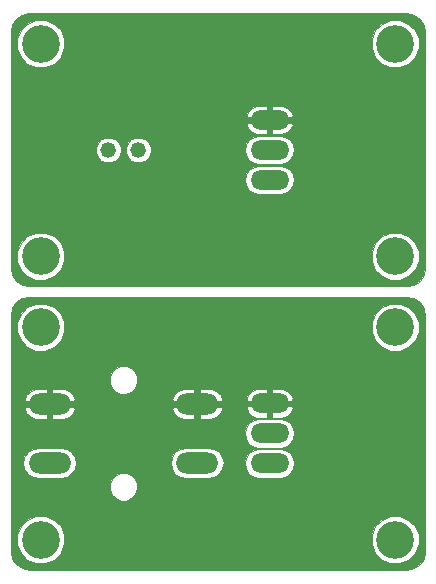
<source format=gbl>
G04 (created by PCBNEW (2013-03-19 BZR 4004)-stable) date 2015/1/6 10:08:28*
%MOIN*%
G04 Gerber Fmt 3.4, Leading zero omitted, Abs format*
%FSLAX34Y34*%
G01*
G70*
G90*
G04 APERTURE LIST*
%ADD10C,0*%
%ADD11O,0.129X0.0645*%
%ADD12C,0.126*%
%ADD13O,0.141X0.0705*%
%ADD14C,0.052*%
%ADD15C,0.032*%
%ADD16C,0.001*%
G04 APERTURE END LIST*
G54D10*
G54D11*
X24559Y-14354D03*
X24559Y-15354D03*
X24559Y-16354D03*
G54D12*
X16929Y-11811D03*
X28740Y-11811D03*
X16929Y-18897D03*
X28740Y-18897D03*
G54D13*
X22145Y-25783D03*
X17225Y-25783D03*
X22145Y-23823D03*
X17225Y-23823D03*
G54D11*
X24559Y-23803D03*
X24559Y-24803D03*
X24559Y-25803D03*
G54D12*
X16929Y-21259D03*
X28740Y-21259D03*
X16929Y-28346D03*
X28740Y-28346D03*
G54D14*
X19185Y-15354D03*
X20185Y-15354D03*
G54D15*
X21400Y-16250D03*
G54D10*
G36*
X29746Y-19275D02*
X29696Y-19523D01*
X29564Y-19722D01*
X29525Y-19748D01*
X29525Y-18742D01*
X29525Y-11655D01*
X29406Y-11366D01*
X29185Y-11145D01*
X28896Y-11026D01*
X28584Y-11025D01*
X28296Y-11145D01*
X28075Y-11365D01*
X27955Y-11654D01*
X27955Y-11966D01*
X28074Y-12255D01*
X28294Y-12476D01*
X28583Y-12595D01*
X28895Y-12596D01*
X29184Y-12476D01*
X29405Y-12256D01*
X29525Y-11967D01*
X29525Y-11655D01*
X29525Y-18742D01*
X29406Y-18453D01*
X29185Y-18232D01*
X28896Y-18112D01*
X28584Y-18112D01*
X28296Y-18231D01*
X28075Y-18452D01*
X27955Y-18740D01*
X27955Y-19053D01*
X28074Y-19341D01*
X28294Y-19562D01*
X28583Y-19682D01*
X28895Y-19682D01*
X29184Y-19563D01*
X29405Y-19342D01*
X29525Y-19054D01*
X29525Y-18742D01*
X29525Y-19748D01*
X29367Y-19853D01*
X29116Y-19904D01*
X25374Y-19904D01*
X25374Y-16354D01*
X25374Y-15354D01*
X25338Y-15171D01*
X25328Y-15157D01*
X25328Y-14521D01*
X25328Y-14187D01*
X25286Y-14083D01*
X25152Y-13949D01*
X24976Y-13876D01*
X24654Y-13876D01*
X24654Y-14259D01*
X25309Y-14259D01*
X25328Y-14187D01*
X25328Y-14521D01*
X25309Y-14449D01*
X24654Y-14449D01*
X24654Y-14831D01*
X24976Y-14831D01*
X25152Y-14759D01*
X25286Y-14624D01*
X25328Y-14521D01*
X25328Y-15157D01*
X25234Y-15016D01*
X25079Y-14913D01*
X24897Y-14876D01*
X24464Y-14876D01*
X24464Y-14831D01*
X24464Y-14449D01*
X24464Y-14259D01*
X24464Y-13876D01*
X24141Y-13876D01*
X23966Y-13949D01*
X23831Y-14083D01*
X23789Y-14187D01*
X23808Y-14259D01*
X24464Y-14259D01*
X24464Y-14449D01*
X23808Y-14449D01*
X23789Y-14521D01*
X23831Y-14624D01*
X23966Y-14759D01*
X24141Y-14831D01*
X24464Y-14831D01*
X24464Y-14876D01*
X24220Y-14876D01*
X24038Y-14913D01*
X23883Y-15016D01*
X23779Y-15171D01*
X23743Y-15354D01*
X23779Y-15537D01*
X23883Y-15691D01*
X24038Y-15795D01*
X24220Y-15831D01*
X24897Y-15831D01*
X25079Y-15795D01*
X25234Y-15691D01*
X25338Y-15537D01*
X25374Y-15354D01*
X25374Y-16354D01*
X25338Y-16171D01*
X25234Y-16016D01*
X25079Y-15913D01*
X24897Y-15876D01*
X24220Y-15876D01*
X24038Y-15913D01*
X23883Y-16016D01*
X23779Y-16171D01*
X23743Y-16354D01*
X23779Y-16537D01*
X23883Y-16691D01*
X24038Y-16795D01*
X24220Y-16831D01*
X24897Y-16831D01*
X25079Y-16795D01*
X25234Y-16691D01*
X25338Y-16537D01*
X25374Y-16354D01*
X25374Y-19904D01*
X20600Y-19904D01*
X20600Y-15272D01*
X20537Y-15119D01*
X20420Y-15002D01*
X20267Y-14939D01*
X20102Y-14939D01*
X19950Y-15002D01*
X19833Y-15118D01*
X19770Y-15271D01*
X19769Y-15436D01*
X19833Y-15589D01*
X19949Y-15705D01*
X20102Y-15769D01*
X20267Y-15769D01*
X20419Y-15706D01*
X20536Y-15589D01*
X20599Y-15437D01*
X20600Y-15272D01*
X20600Y-19904D01*
X19600Y-19904D01*
X19600Y-15272D01*
X19537Y-15119D01*
X19420Y-15002D01*
X19267Y-14939D01*
X19102Y-14939D01*
X18950Y-15002D01*
X18833Y-15118D01*
X18770Y-15271D01*
X18769Y-15436D01*
X18833Y-15589D01*
X18949Y-15705D01*
X19102Y-15769D01*
X19267Y-15769D01*
X19419Y-15706D01*
X19536Y-15589D01*
X19599Y-15437D01*
X19600Y-15272D01*
X19600Y-19904D01*
X17714Y-19904D01*
X17714Y-18742D01*
X17714Y-11655D01*
X17595Y-11366D01*
X17374Y-11145D01*
X17085Y-11026D01*
X16773Y-11025D01*
X16485Y-11145D01*
X16264Y-11365D01*
X16144Y-11654D01*
X16143Y-11966D01*
X16263Y-12255D01*
X16483Y-12476D01*
X16772Y-12595D01*
X17084Y-12596D01*
X17373Y-12476D01*
X17594Y-12256D01*
X17713Y-11967D01*
X17714Y-11655D01*
X17714Y-18742D01*
X17595Y-18453D01*
X17374Y-18232D01*
X17085Y-18112D01*
X16773Y-18112D01*
X16485Y-18231D01*
X16264Y-18452D01*
X16144Y-18740D01*
X16143Y-19053D01*
X16263Y-19341D01*
X16483Y-19562D01*
X16772Y-19682D01*
X17084Y-19682D01*
X17373Y-19563D01*
X17594Y-19342D01*
X17713Y-19054D01*
X17714Y-18742D01*
X17714Y-19904D01*
X16551Y-19904D01*
X16302Y-19854D01*
X16104Y-19721D01*
X15972Y-19525D01*
X15922Y-19274D01*
X15922Y-11434D01*
X15972Y-11183D01*
X16104Y-10986D01*
X16302Y-10854D01*
X16551Y-10804D01*
X29116Y-10804D01*
X29367Y-10854D01*
X29564Y-10985D01*
X29696Y-11184D01*
X29746Y-11433D01*
X29746Y-19275D01*
X29746Y-19275D01*
G37*
G54D16*
X29746Y-19275D02*
X29696Y-19523D01*
X29564Y-19722D01*
X29525Y-19748D01*
X29525Y-18742D01*
X29525Y-11655D01*
X29406Y-11366D01*
X29185Y-11145D01*
X28896Y-11026D01*
X28584Y-11025D01*
X28296Y-11145D01*
X28075Y-11365D01*
X27955Y-11654D01*
X27955Y-11966D01*
X28074Y-12255D01*
X28294Y-12476D01*
X28583Y-12595D01*
X28895Y-12596D01*
X29184Y-12476D01*
X29405Y-12256D01*
X29525Y-11967D01*
X29525Y-11655D01*
X29525Y-18742D01*
X29406Y-18453D01*
X29185Y-18232D01*
X28896Y-18112D01*
X28584Y-18112D01*
X28296Y-18231D01*
X28075Y-18452D01*
X27955Y-18740D01*
X27955Y-19053D01*
X28074Y-19341D01*
X28294Y-19562D01*
X28583Y-19682D01*
X28895Y-19682D01*
X29184Y-19563D01*
X29405Y-19342D01*
X29525Y-19054D01*
X29525Y-18742D01*
X29525Y-19748D01*
X29367Y-19853D01*
X29116Y-19904D01*
X25374Y-19904D01*
X25374Y-16354D01*
X25374Y-15354D01*
X25338Y-15171D01*
X25328Y-15157D01*
X25328Y-14521D01*
X25328Y-14187D01*
X25286Y-14083D01*
X25152Y-13949D01*
X24976Y-13876D01*
X24654Y-13876D01*
X24654Y-14259D01*
X25309Y-14259D01*
X25328Y-14187D01*
X25328Y-14521D01*
X25309Y-14449D01*
X24654Y-14449D01*
X24654Y-14831D01*
X24976Y-14831D01*
X25152Y-14759D01*
X25286Y-14624D01*
X25328Y-14521D01*
X25328Y-15157D01*
X25234Y-15016D01*
X25079Y-14913D01*
X24897Y-14876D01*
X24464Y-14876D01*
X24464Y-14831D01*
X24464Y-14449D01*
X24464Y-14259D01*
X24464Y-13876D01*
X24141Y-13876D01*
X23966Y-13949D01*
X23831Y-14083D01*
X23789Y-14187D01*
X23808Y-14259D01*
X24464Y-14259D01*
X24464Y-14449D01*
X23808Y-14449D01*
X23789Y-14521D01*
X23831Y-14624D01*
X23966Y-14759D01*
X24141Y-14831D01*
X24464Y-14831D01*
X24464Y-14876D01*
X24220Y-14876D01*
X24038Y-14913D01*
X23883Y-15016D01*
X23779Y-15171D01*
X23743Y-15354D01*
X23779Y-15537D01*
X23883Y-15691D01*
X24038Y-15795D01*
X24220Y-15831D01*
X24897Y-15831D01*
X25079Y-15795D01*
X25234Y-15691D01*
X25338Y-15537D01*
X25374Y-15354D01*
X25374Y-16354D01*
X25338Y-16171D01*
X25234Y-16016D01*
X25079Y-15913D01*
X24897Y-15876D01*
X24220Y-15876D01*
X24038Y-15913D01*
X23883Y-16016D01*
X23779Y-16171D01*
X23743Y-16354D01*
X23779Y-16537D01*
X23883Y-16691D01*
X24038Y-16795D01*
X24220Y-16831D01*
X24897Y-16831D01*
X25079Y-16795D01*
X25234Y-16691D01*
X25338Y-16537D01*
X25374Y-16354D01*
X25374Y-19904D01*
X20600Y-19904D01*
X20600Y-15272D01*
X20537Y-15119D01*
X20420Y-15002D01*
X20267Y-14939D01*
X20102Y-14939D01*
X19950Y-15002D01*
X19833Y-15118D01*
X19770Y-15271D01*
X19769Y-15436D01*
X19833Y-15589D01*
X19949Y-15705D01*
X20102Y-15769D01*
X20267Y-15769D01*
X20419Y-15706D01*
X20536Y-15589D01*
X20599Y-15437D01*
X20600Y-15272D01*
X20600Y-19904D01*
X19600Y-19904D01*
X19600Y-15272D01*
X19537Y-15119D01*
X19420Y-15002D01*
X19267Y-14939D01*
X19102Y-14939D01*
X18950Y-15002D01*
X18833Y-15118D01*
X18770Y-15271D01*
X18769Y-15436D01*
X18833Y-15589D01*
X18949Y-15705D01*
X19102Y-15769D01*
X19267Y-15769D01*
X19419Y-15706D01*
X19536Y-15589D01*
X19599Y-15437D01*
X19600Y-15272D01*
X19600Y-19904D01*
X17714Y-19904D01*
X17714Y-18742D01*
X17714Y-11655D01*
X17595Y-11366D01*
X17374Y-11145D01*
X17085Y-11026D01*
X16773Y-11025D01*
X16485Y-11145D01*
X16264Y-11365D01*
X16144Y-11654D01*
X16143Y-11966D01*
X16263Y-12255D01*
X16483Y-12476D01*
X16772Y-12595D01*
X17084Y-12596D01*
X17373Y-12476D01*
X17594Y-12256D01*
X17713Y-11967D01*
X17714Y-11655D01*
X17714Y-18742D01*
X17595Y-18453D01*
X17374Y-18232D01*
X17085Y-18112D01*
X16773Y-18112D01*
X16485Y-18231D01*
X16264Y-18452D01*
X16144Y-18740D01*
X16143Y-19053D01*
X16263Y-19341D01*
X16483Y-19562D01*
X16772Y-19682D01*
X17084Y-19682D01*
X17373Y-19563D01*
X17594Y-19342D01*
X17713Y-19054D01*
X17714Y-18742D01*
X17714Y-19904D01*
X16551Y-19904D01*
X16302Y-19854D01*
X16104Y-19721D01*
X15972Y-19525D01*
X15922Y-19274D01*
X15922Y-11434D01*
X15972Y-11183D01*
X16104Y-10986D01*
X16302Y-10854D01*
X16551Y-10804D01*
X29116Y-10804D01*
X29367Y-10854D01*
X29564Y-10985D01*
X29696Y-11184D01*
X29746Y-11433D01*
X29746Y-19275D01*
G54D10*
G36*
X29746Y-28724D02*
X29696Y-28972D01*
X29564Y-29171D01*
X29525Y-29197D01*
X29525Y-28190D01*
X29525Y-21104D01*
X29406Y-20815D01*
X29185Y-20594D01*
X28896Y-20474D01*
X28584Y-20474D01*
X28296Y-20593D01*
X28075Y-20814D01*
X27955Y-21103D01*
X27955Y-21415D01*
X28074Y-21703D01*
X28294Y-21924D01*
X28583Y-22044D01*
X28895Y-22044D01*
X29184Y-21925D01*
X29405Y-21705D01*
X29525Y-21416D01*
X29525Y-21104D01*
X29525Y-28190D01*
X29406Y-27902D01*
X29185Y-27681D01*
X28896Y-27561D01*
X28584Y-27561D01*
X28296Y-27680D01*
X28075Y-27901D01*
X27955Y-28189D01*
X27955Y-28501D01*
X28074Y-28790D01*
X28294Y-29011D01*
X28583Y-29131D01*
X28895Y-29131D01*
X29184Y-29012D01*
X29405Y-28791D01*
X29525Y-28503D01*
X29525Y-28190D01*
X29525Y-29197D01*
X29367Y-29302D01*
X29116Y-29352D01*
X25374Y-29352D01*
X25374Y-25803D01*
X25374Y-24803D01*
X25338Y-24620D01*
X25328Y-24606D01*
X25328Y-23970D01*
X25328Y-23636D01*
X25286Y-23532D01*
X25152Y-23398D01*
X24976Y-23325D01*
X24654Y-23325D01*
X24654Y-23708D01*
X25309Y-23708D01*
X25328Y-23636D01*
X25328Y-23970D01*
X25309Y-23898D01*
X24654Y-23898D01*
X24654Y-24280D01*
X24976Y-24280D01*
X25152Y-24207D01*
X25286Y-24073D01*
X25328Y-23970D01*
X25328Y-24606D01*
X25234Y-24465D01*
X25079Y-24361D01*
X24897Y-24325D01*
X24464Y-24325D01*
X24464Y-24280D01*
X24464Y-23898D01*
X24464Y-23708D01*
X24464Y-23325D01*
X24141Y-23325D01*
X23966Y-23398D01*
X23831Y-23532D01*
X23789Y-23636D01*
X23808Y-23708D01*
X24464Y-23708D01*
X24464Y-23898D01*
X23808Y-23898D01*
X23789Y-23970D01*
X23831Y-24073D01*
X23966Y-24207D01*
X24141Y-24280D01*
X24464Y-24280D01*
X24464Y-24325D01*
X24220Y-24325D01*
X24038Y-24361D01*
X23883Y-24465D01*
X23779Y-24620D01*
X23743Y-24803D01*
X23779Y-24985D01*
X23883Y-25140D01*
X24038Y-25244D01*
X24220Y-25280D01*
X24897Y-25280D01*
X25079Y-25244D01*
X25234Y-25140D01*
X25338Y-24985D01*
X25374Y-24803D01*
X25374Y-25803D01*
X25338Y-25620D01*
X25234Y-25465D01*
X25079Y-25361D01*
X24897Y-25325D01*
X24220Y-25325D01*
X24038Y-25361D01*
X23883Y-25465D01*
X23779Y-25620D01*
X23743Y-25803D01*
X23779Y-25985D01*
X23883Y-26140D01*
X24038Y-26244D01*
X24220Y-26280D01*
X24897Y-26280D01*
X25079Y-26244D01*
X25234Y-26140D01*
X25338Y-25985D01*
X25374Y-25803D01*
X25374Y-29352D01*
X23021Y-29352D01*
X23021Y-25783D01*
X22983Y-25588D01*
X22975Y-25576D01*
X22975Y-23994D01*
X22975Y-23651D01*
X22923Y-23531D01*
X22779Y-23390D01*
X22592Y-23315D01*
X22240Y-23315D01*
X22240Y-23728D01*
X22956Y-23728D01*
X22975Y-23651D01*
X22975Y-23994D01*
X22956Y-23918D01*
X22240Y-23918D01*
X22240Y-24330D01*
X22592Y-24330D01*
X22779Y-24255D01*
X22923Y-24114D01*
X22975Y-23994D01*
X22975Y-25576D01*
X22873Y-25424D01*
X22708Y-25314D01*
X22514Y-25275D01*
X22050Y-25275D01*
X22050Y-24330D01*
X22050Y-23918D01*
X22050Y-23728D01*
X22050Y-23315D01*
X21697Y-23315D01*
X21510Y-23390D01*
X21366Y-23531D01*
X21315Y-23651D01*
X21333Y-23728D01*
X22050Y-23728D01*
X22050Y-23918D01*
X21333Y-23918D01*
X21315Y-23994D01*
X21366Y-24114D01*
X21510Y-24255D01*
X21697Y-24330D01*
X22050Y-24330D01*
X22050Y-25275D01*
X21775Y-25275D01*
X21581Y-25314D01*
X21416Y-25424D01*
X21306Y-25588D01*
X21268Y-25783D01*
X21306Y-25977D01*
X21416Y-26142D01*
X21581Y-26252D01*
X21775Y-26290D01*
X22514Y-26290D01*
X22708Y-26252D01*
X22873Y-26142D01*
X22983Y-25977D01*
X23021Y-25783D01*
X23021Y-29352D01*
X20147Y-29352D01*
X20147Y-26486D01*
X20147Y-22936D01*
X20076Y-22766D01*
X19947Y-22636D01*
X19777Y-22566D01*
X19593Y-22566D01*
X19423Y-22636D01*
X19293Y-22766D01*
X19223Y-22935D01*
X19222Y-23119D01*
X19293Y-23289D01*
X19422Y-23419D01*
X19592Y-23490D01*
X19776Y-23490D01*
X19946Y-23420D01*
X20076Y-23290D01*
X20146Y-23120D01*
X20147Y-22936D01*
X20147Y-26486D01*
X20076Y-26316D01*
X19947Y-26186D01*
X19777Y-26116D01*
X19593Y-26116D01*
X19423Y-26186D01*
X19293Y-26316D01*
X19223Y-26485D01*
X19222Y-26669D01*
X19293Y-26839D01*
X19422Y-26969D01*
X19592Y-27040D01*
X19776Y-27040D01*
X19946Y-26970D01*
X20076Y-26840D01*
X20146Y-26670D01*
X20147Y-26486D01*
X20147Y-29352D01*
X18101Y-29352D01*
X18101Y-25783D01*
X18063Y-25588D01*
X18055Y-25576D01*
X18055Y-23994D01*
X18055Y-23651D01*
X18003Y-23531D01*
X17859Y-23390D01*
X17714Y-23332D01*
X17714Y-21104D01*
X17595Y-20815D01*
X17374Y-20594D01*
X17085Y-20474D01*
X16773Y-20474D01*
X16485Y-20593D01*
X16264Y-20814D01*
X16144Y-21103D01*
X16143Y-21415D01*
X16263Y-21703D01*
X16483Y-21924D01*
X16772Y-22044D01*
X17084Y-22044D01*
X17373Y-21925D01*
X17594Y-21705D01*
X17713Y-21416D01*
X17714Y-21104D01*
X17714Y-23332D01*
X17672Y-23315D01*
X17320Y-23315D01*
X17320Y-23728D01*
X18036Y-23728D01*
X18055Y-23651D01*
X18055Y-23994D01*
X18036Y-23918D01*
X17320Y-23918D01*
X17320Y-24330D01*
X17672Y-24330D01*
X17859Y-24255D01*
X18003Y-24114D01*
X18055Y-23994D01*
X18055Y-25576D01*
X17953Y-25424D01*
X17788Y-25314D01*
X17594Y-25275D01*
X17130Y-25275D01*
X17130Y-24330D01*
X17130Y-23918D01*
X17130Y-23728D01*
X17130Y-23315D01*
X16777Y-23315D01*
X16590Y-23390D01*
X16446Y-23531D01*
X16395Y-23651D01*
X16413Y-23728D01*
X17130Y-23728D01*
X17130Y-23918D01*
X16413Y-23918D01*
X16395Y-23994D01*
X16446Y-24114D01*
X16590Y-24255D01*
X16777Y-24330D01*
X17130Y-24330D01*
X17130Y-25275D01*
X16855Y-25275D01*
X16661Y-25314D01*
X16496Y-25424D01*
X16386Y-25588D01*
X16348Y-25783D01*
X16386Y-25977D01*
X16496Y-26142D01*
X16661Y-26252D01*
X16855Y-26290D01*
X17594Y-26290D01*
X17788Y-26252D01*
X17953Y-26142D01*
X18063Y-25977D01*
X18101Y-25783D01*
X18101Y-29352D01*
X17714Y-29352D01*
X17714Y-28190D01*
X17595Y-27902D01*
X17374Y-27681D01*
X17085Y-27561D01*
X16773Y-27561D01*
X16485Y-27680D01*
X16264Y-27901D01*
X16144Y-28189D01*
X16143Y-28501D01*
X16263Y-28790D01*
X16483Y-29011D01*
X16772Y-29131D01*
X17084Y-29131D01*
X17373Y-29012D01*
X17594Y-28791D01*
X17713Y-28503D01*
X17714Y-28190D01*
X17714Y-29352D01*
X16551Y-29352D01*
X16302Y-29303D01*
X16104Y-29170D01*
X15972Y-28973D01*
X15922Y-28722D01*
X15922Y-20883D01*
X15972Y-20632D01*
X16104Y-20435D01*
X16302Y-20303D01*
X16551Y-20253D01*
X29116Y-20253D01*
X29367Y-20303D01*
X29564Y-20434D01*
X29696Y-20633D01*
X29746Y-20882D01*
X29746Y-28724D01*
X29746Y-28724D01*
G37*
G54D16*
X29746Y-28724D02*
X29696Y-28972D01*
X29564Y-29171D01*
X29525Y-29197D01*
X29525Y-28190D01*
X29525Y-21104D01*
X29406Y-20815D01*
X29185Y-20594D01*
X28896Y-20474D01*
X28584Y-20474D01*
X28296Y-20593D01*
X28075Y-20814D01*
X27955Y-21103D01*
X27955Y-21415D01*
X28074Y-21703D01*
X28294Y-21924D01*
X28583Y-22044D01*
X28895Y-22044D01*
X29184Y-21925D01*
X29405Y-21705D01*
X29525Y-21416D01*
X29525Y-21104D01*
X29525Y-28190D01*
X29406Y-27902D01*
X29185Y-27681D01*
X28896Y-27561D01*
X28584Y-27561D01*
X28296Y-27680D01*
X28075Y-27901D01*
X27955Y-28189D01*
X27955Y-28501D01*
X28074Y-28790D01*
X28294Y-29011D01*
X28583Y-29131D01*
X28895Y-29131D01*
X29184Y-29012D01*
X29405Y-28791D01*
X29525Y-28503D01*
X29525Y-28190D01*
X29525Y-29197D01*
X29367Y-29302D01*
X29116Y-29352D01*
X25374Y-29352D01*
X25374Y-25803D01*
X25374Y-24803D01*
X25338Y-24620D01*
X25328Y-24606D01*
X25328Y-23970D01*
X25328Y-23636D01*
X25286Y-23532D01*
X25152Y-23398D01*
X24976Y-23325D01*
X24654Y-23325D01*
X24654Y-23708D01*
X25309Y-23708D01*
X25328Y-23636D01*
X25328Y-23970D01*
X25309Y-23898D01*
X24654Y-23898D01*
X24654Y-24280D01*
X24976Y-24280D01*
X25152Y-24207D01*
X25286Y-24073D01*
X25328Y-23970D01*
X25328Y-24606D01*
X25234Y-24465D01*
X25079Y-24361D01*
X24897Y-24325D01*
X24464Y-24325D01*
X24464Y-24280D01*
X24464Y-23898D01*
X24464Y-23708D01*
X24464Y-23325D01*
X24141Y-23325D01*
X23966Y-23398D01*
X23831Y-23532D01*
X23789Y-23636D01*
X23808Y-23708D01*
X24464Y-23708D01*
X24464Y-23898D01*
X23808Y-23898D01*
X23789Y-23970D01*
X23831Y-24073D01*
X23966Y-24207D01*
X24141Y-24280D01*
X24464Y-24280D01*
X24464Y-24325D01*
X24220Y-24325D01*
X24038Y-24361D01*
X23883Y-24465D01*
X23779Y-24620D01*
X23743Y-24803D01*
X23779Y-24985D01*
X23883Y-25140D01*
X24038Y-25244D01*
X24220Y-25280D01*
X24897Y-25280D01*
X25079Y-25244D01*
X25234Y-25140D01*
X25338Y-24985D01*
X25374Y-24803D01*
X25374Y-25803D01*
X25338Y-25620D01*
X25234Y-25465D01*
X25079Y-25361D01*
X24897Y-25325D01*
X24220Y-25325D01*
X24038Y-25361D01*
X23883Y-25465D01*
X23779Y-25620D01*
X23743Y-25803D01*
X23779Y-25985D01*
X23883Y-26140D01*
X24038Y-26244D01*
X24220Y-26280D01*
X24897Y-26280D01*
X25079Y-26244D01*
X25234Y-26140D01*
X25338Y-25985D01*
X25374Y-25803D01*
X25374Y-29352D01*
X23021Y-29352D01*
X23021Y-25783D01*
X22983Y-25588D01*
X22975Y-25576D01*
X22975Y-23994D01*
X22975Y-23651D01*
X22923Y-23531D01*
X22779Y-23390D01*
X22592Y-23315D01*
X22240Y-23315D01*
X22240Y-23728D01*
X22956Y-23728D01*
X22975Y-23651D01*
X22975Y-23994D01*
X22956Y-23918D01*
X22240Y-23918D01*
X22240Y-24330D01*
X22592Y-24330D01*
X22779Y-24255D01*
X22923Y-24114D01*
X22975Y-23994D01*
X22975Y-25576D01*
X22873Y-25424D01*
X22708Y-25314D01*
X22514Y-25275D01*
X22050Y-25275D01*
X22050Y-24330D01*
X22050Y-23918D01*
X22050Y-23728D01*
X22050Y-23315D01*
X21697Y-23315D01*
X21510Y-23390D01*
X21366Y-23531D01*
X21315Y-23651D01*
X21333Y-23728D01*
X22050Y-23728D01*
X22050Y-23918D01*
X21333Y-23918D01*
X21315Y-23994D01*
X21366Y-24114D01*
X21510Y-24255D01*
X21697Y-24330D01*
X22050Y-24330D01*
X22050Y-25275D01*
X21775Y-25275D01*
X21581Y-25314D01*
X21416Y-25424D01*
X21306Y-25588D01*
X21268Y-25783D01*
X21306Y-25977D01*
X21416Y-26142D01*
X21581Y-26252D01*
X21775Y-26290D01*
X22514Y-26290D01*
X22708Y-26252D01*
X22873Y-26142D01*
X22983Y-25977D01*
X23021Y-25783D01*
X23021Y-29352D01*
X20147Y-29352D01*
X20147Y-26486D01*
X20147Y-22936D01*
X20076Y-22766D01*
X19947Y-22636D01*
X19777Y-22566D01*
X19593Y-22566D01*
X19423Y-22636D01*
X19293Y-22766D01*
X19223Y-22935D01*
X19222Y-23119D01*
X19293Y-23289D01*
X19422Y-23419D01*
X19592Y-23490D01*
X19776Y-23490D01*
X19946Y-23420D01*
X20076Y-23290D01*
X20146Y-23120D01*
X20147Y-22936D01*
X20147Y-26486D01*
X20076Y-26316D01*
X19947Y-26186D01*
X19777Y-26116D01*
X19593Y-26116D01*
X19423Y-26186D01*
X19293Y-26316D01*
X19223Y-26485D01*
X19222Y-26669D01*
X19293Y-26839D01*
X19422Y-26969D01*
X19592Y-27040D01*
X19776Y-27040D01*
X19946Y-26970D01*
X20076Y-26840D01*
X20146Y-26670D01*
X20147Y-26486D01*
X20147Y-29352D01*
X18101Y-29352D01*
X18101Y-25783D01*
X18063Y-25588D01*
X18055Y-25576D01*
X18055Y-23994D01*
X18055Y-23651D01*
X18003Y-23531D01*
X17859Y-23390D01*
X17714Y-23332D01*
X17714Y-21104D01*
X17595Y-20815D01*
X17374Y-20594D01*
X17085Y-20474D01*
X16773Y-20474D01*
X16485Y-20593D01*
X16264Y-20814D01*
X16144Y-21103D01*
X16143Y-21415D01*
X16263Y-21703D01*
X16483Y-21924D01*
X16772Y-22044D01*
X17084Y-22044D01*
X17373Y-21925D01*
X17594Y-21705D01*
X17713Y-21416D01*
X17714Y-21104D01*
X17714Y-23332D01*
X17672Y-23315D01*
X17320Y-23315D01*
X17320Y-23728D01*
X18036Y-23728D01*
X18055Y-23651D01*
X18055Y-23994D01*
X18036Y-23918D01*
X17320Y-23918D01*
X17320Y-24330D01*
X17672Y-24330D01*
X17859Y-24255D01*
X18003Y-24114D01*
X18055Y-23994D01*
X18055Y-25576D01*
X17953Y-25424D01*
X17788Y-25314D01*
X17594Y-25275D01*
X17130Y-25275D01*
X17130Y-24330D01*
X17130Y-23918D01*
X17130Y-23728D01*
X17130Y-23315D01*
X16777Y-23315D01*
X16590Y-23390D01*
X16446Y-23531D01*
X16395Y-23651D01*
X16413Y-23728D01*
X17130Y-23728D01*
X17130Y-23918D01*
X16413Y-23918D01*
X16395Y-23994D01*
X16446Y-24114D01*
X16590Y-24255D01*
X16777Y-24330D01*
X17130Y-24330D01*
X17130Y-25275D01*
X16855Y-25275D01*
X16661Y-25314D01*
X16496Y-25424D01*
X16386Y-25588D01*
X16348Y-25783D01*
X16386Y-25977D01*
X16496Y-26142D01*
X16661Y-26252D01*
X16855Y-26290D01*
X17594Y-26290D01*
X17788Y-26252D01*
X17953Y-26142D01*
X18063Y-25977D01*
X18101Y-25783D01*
X18101Y-29352D01*
X17714Y-29352D01*
X17714Y-28190D01*
X17595Y-27902D01*
X17374Y-27681D01*
X17085Y-27561D01*
X16773Y-27561D01*
X16485Y-27680D01*
X16264Y-27901D01*
X16144Y-28189D01*
X16143Y-28501D01*
X16263Y-28790D01*
X16483Y-29011D01*
X16772Y-29131D01*
X17084Y-29131D01*
X17373Y-29012D01*
X17594Y-28791D01*
X17713Y-28503D01*
X17714Y-28190D01*
X17714Y-29352D01*
X16551Y-29352D01*
X16302Y-29303D01*
X16104Y-29170D01*
X15972Y-28973D01*
X15922Y-28722D01*
X15922Y-20883D01*
X15972Y-20632D01*
X16104Y-20435D01*
X16302Y-20303D01*
X16551Y-20253D01*
X29116Y-20253D01*
X29367Y-20303D01*
X29564Y-20434D01*
X29696Y-20633D01*
X29746Y-20882D01*
X29746Y-28724D01*
M02*

</source>
